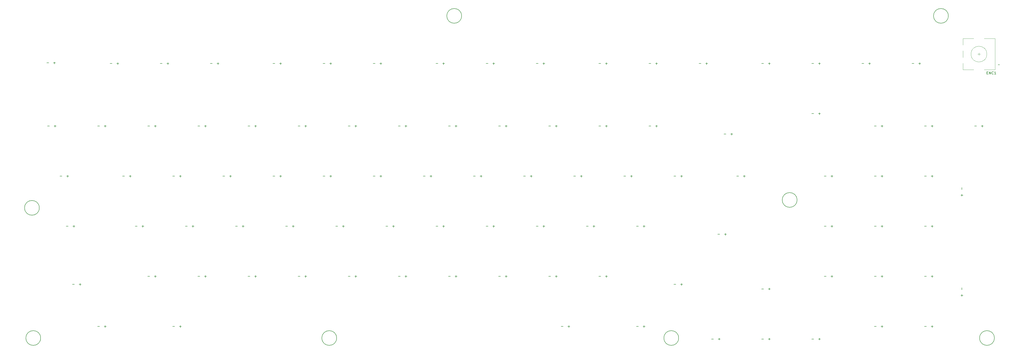
<source format=gto>
G04 #@! TF.GenerationSoftware,KiCad,Pcbnew,5.1.0-060a0da~80~ubuntu18.04.1*
G04 #@! TF.CreationDate,2019-04-09T20:30:58-05:00*
G04 #@! TF.ProjectId,CBC2,43424332-2e6b-4696-9361-645f70636258,rev?*
G04 #@! TF.SameCoordinates,Original*
G04 #@! TF.FileFunction,Legend,Top*
G04 #@! TF.FilePolarity,Positive*
%FSLAX46Y46*%
G04 Gerber Fmt 4.6, Leading zero omitted, Abs format (unit mm)*
G04 Created by KiCad (PCBNEW 5.1.0-060a0da~80~ubuntu18.04.1) date 2019-04-09 20:30:58*
%MOMM*%
%LPD*%
G04 APERTURE LIST*
%ADD10C,0.150000*%
%ADD11C,0.120000*%
G04 APERTURE END LIST*
D10*
X4800000Y-68000000D02*
G75*
G03X4800000Y-68000000I-2800000J0D01*
G01*
X292800000Y-65000000D02*
G75*
G03X292800000Y-65000000I-2800000J0D01*
G01*
X165300000Y5000000D02*
G75*
G03X165300000Y5000000I-2800000J0D01*
G01*
X350300000Y5000000D02*
G75*
G03X350300000Y5000000I-2800000J0D01*
G01*
X367800000Y-117500000D02*
G75*
G03X367800000Y-117500000I-2800000J0D01*
G01*
X247800000Y-117500000D02*
G75*
G03X247800000Y-117500000I-2800000J0D01*
G01*
X117800000Y-117500000D02*
G75*
G03X117800000Y-117500000I-2800000J0D01*
G01*
X5300000Y-117500000D02*
G75*
G03X5300000Y-117500000I-2800000J0D01*
G01*
D11*
X364943000Y-9533250D02*
G75*
G03X364943000Y-9533250I-3000000J0D01*
G01*
X359943000Y-15433250D02*
X355843000Y-15433250D01*
X355843000Y-3633250D02*
X359943000Y-3633250D01*
X363943000Y-3633250D02*
X368043000Y-3633250D01*
X363943000Y-15433250D02*
X368043000Y-15433250D01*
X368043000Y-15433250D02*
X368043000Y-3633250D01*
X369443000Y-13333250D02*
X369743000Y-13633250D01*
X369743000Y-13633250D02*
X369143000Y-13633250D01*
X369143000Y-13633250D02*
X369443000Y-13333250D01*
X355843000Y-15433250D02*
X355843000Y-13033250D01*
X355843000Y-10833250D02*
X355843000Y-8233250D01*
X355843000Y-6033250D02*
X355843000Y-3633250D01*
X361943000Y-10033250D02*
X361943000Y-9033250D01*
X362443000Y-9533250D02*
X361443000Y-9533250D01*
D10*
X343789047Y-113108928D02*
X344550952Y-113108928D01*
X344170000Y-113489880D02*
X344170000Y-112727976D01*
X341259047Y-113108928D02*
X342020952Y-113108928D01*
X324739047Y-113108928D02*
X325500952Y-113108928D01*
X325120000Y-113489880D02*
X325120000Y-112727976D01*
X322209047Y-113108928D02*
X322970952Y-113108928D01*
X300926547Y-117871428D02*
X301688452Y-117871428D01*
X301307500Y-118252380D02*
X301307500Y-117490476D01*
X298396547Y-117871428D02*
X299158452Y-117871428D01*
X281876547Y-117871428D02*
X282638452Y-117871428D01*
X282257500Y-118252380D02*
X282257500Y-117490476D01*
X279346547Y-117871428D02*
X280108452Y-117871428D01*
X262826547Y-117871428D02*
X263588452Y-117871428D01*
X263207500Y-118252380D02*
X263207500Y-117490476D01*
X260296547Y-117871428D02*
X261058452Y-117871428D01*
X234251547Y-113108928D02*
X235013452Y-113108928D01*
X234632500Y-113489880D02*
X234632500Y-112727976D01*
X231721547Y-113108928D02*
X232483452Y-113108928D01*
X205676547Y-113108928D02*
X206438452Y-113108928D01*
X206057500Y-113489880D02*
X206057500Y-112727976D01*
X203146547Y-113108928D02*
X203908452Y-113108928D01*
X58039047Y-113108928D02*
X58800952Y-113108928D01*
X58420000Y-113489880D02*
X58420000Y-112727976D01*
X55509047Y-113108928D02*
X56270952Y-113108928D01*
X29464047Y-113108928D02*
X30225952Y-113108928D01*
X29845000Y-113489880D02*
X29845000Y-112727976D01*
X26934047Y-113108928D02*
X27695952Y-113108928D01*
X355472990Y-99123452D02*
X355472990Y-98361547D01*
X355472990Y-101663452D02*
X355472990Y-100901547D01*
X355853942Y-101282500D02*
X355092038Y-101282500D01*
X343789047Y-94058928D02*
X344550952Y-94058928D01*
X344170000Y-94439880D02*
X344170000Y-93677976D01*
X341259047Y-94058928D02*
X342020952Y-94058928D01*
X324739047Y-94058928D02*
X325500952Y-94058928D01*
X325120000Y-94439880D02*
X325120000Y-93677976D01*
X322209047Y-94058928D02*
X322970952Y-94058928D01*
X305689047Y-94058928D02*
X306450952Y-94058928D01*
X306070000Y-94439880D02*
X306070000Y-93677976D01*
X303159047Y-94058928D02*
X303920952Y-94058928D01*
X281876547Y-98821428D02*
X282638452Y-98821428D01*
X282257500Y-99202380D02*
X282257500Y-98440476D01*
X279346547Y-98821428D02*
X280108452Y-98821428D01*
X245999047Y-97107366D02*
X246760952Y-97107366D01*
X248539047Y-97107366D02*
X249300952Y-97107366D01*
X248920000Y-97488318D02*
X248920000Y-96726414D01*
X219964047Y-94058928D02*
X220725952Y-94058928D01*
X220345000Y-94439880D02*
X220345000Y-93677976D01*
X217434047Y-94058928D02*
X218195952Y-94058928D01*
X200914047Y-94058928D02*
X201675952Y-94058928D01*
X201295000Y-94439880D02*
X201295000Y-93677976D01*
X198384047Y-94058928D02*
X199145952Y-94058928D01*
X181864047Y-94058928D02*
X182625952Y-94058928D01*
X182245000Y-94439880D02*
X182245000Y-93677976D01*
X179334047Y-94058928D02*
X180095952Y-94058928D01*
X162814047Y-94058928D02*
X163575952Y-94058928D01*
X163195000Y-94439880D02*
X163195000Y-93677976D01*
X160284047Y-94058928D02*
X161045952Y-94058928D01*
X143764047Y-94058928D02*
X144525952Y-94058928D01*
X144145000Y-94439880D02*
X144145000Y-93677976D01*
X141234047Y-94058928D02*
X141995952Y-94058928D01*
X124714047Y-94058928D02*
X125475952Y-94058928D01*
X125095000Y-94439880D02*
X125095000Y-93677976D01*
X122184047Y-94058928D02*
X122945952Y-94058928D01*
X105664047Y-94058928D02*
X106425952Y-94058928D01*
X106045000Y-94439880D02*
X106045000Y-93677976D01*
X103134047Y-94058928D02*
X103895952Y-94058928D01*
X86614047Y-94058928D02*
X87375952Y-94058928D01*
X86995000Y-94439880D02*
X86995000Y-93677976D01*
X84084047Y-94058928D02*
X84845952Y-94058928D01*
X67564047Y-94058928D02*
X68325952Y-94058928D01*
X67945000Y-94439880D02*
X67945000Y-93677976D01*
X65034047Y-94058928D02*
X65795952Y-94058928D01*
X48514047Y-94058928D02*
X49275952Y-94058928D01*
X48895000Y-94439880D02*
X48895000Y-93677976D01*
X45984047Y-94058928D02*
X46745952Y-94058928D01*
X17399047Y-97107366D02*
X18160952Y-97107366D01*
X19939047Y-97107366D02*
X20700952Y-97107366D01*
X20320000Y-97488318D02*
X20320000Y-96726414D01*
X343789047Y-75008928D02*
X344550952Y-75008928D01*
X344170000Y-75389880D02*
X344170000Y-74627976D01*
X341259047Y-75008928D02*
X342020952Y-75008928D01*
X324739047Y-75008928D02*
X325500952Y-75008928D01*
X325120000Y-75389880D02*
X325120000Y-74627976D01*
X322209047Y-75008928D02*
X322970952Y-75008928D01*
X305689047Y-75008928D02*
X306450952Y-75008928D01*
X306070000Y-75389880D02*
X306070000Y-74627976D01*
X303159047Y-75008928D02*
X303920952Y-75008928D01*
X262667797Y-78057366D02*
X263429702Y-78057366D01*
X265207797Y-78057366D02*
X265969702Y-78057366D01*
X265588750Y-78438318D02*
X265588750Y-77676414D01*
X234251547Y-75008928D02*
X235013452Y-75008928D01*
X234632500Y-75389880D02*
X234632500Y-74627976D01*
X231721547Y-75008928D02*
X232483452Y-75008928D01*
X215201547Y-75008928D02*
X215963452Y-75008928D01*
X215582500Y-75389880D02*
X215582500Y-74627976D01*
X212671547Y-75008928D02*
X213433452Y-75008928D01*
X196151547Y-75008928D02*
X196913452Y-75008928D01*
X196532500Y-75389880D02*
X196532500Y-74627976D01*
X193621547Y-75008928D02*
X194383452Y-75008928D01*
X177101547Y-75008928D02*
X177863452Y-75008928D01*
X177482500Y-75389880D02*
X177482500Y-74627976D01*
X174571547Y-75008928D02*
X175333452Y-75008928D01*
X158051547Y-75008928D02*
X158813452Y-75008928D01*
X158432500Y-75389880D02*
X158432500Y-74627976D01*
X155521547Y-75008928D02*
X156283452Y-75008928D01*
X139001547Y-75008928D02*
X139763452Y-75008928D01*
X139382500Y-75389880D02*
X139382500Y-74627976D01*
X136471547Y-75008928D02*
X137233452Y-75008928D01*
X119951547Y-75008928D02*
X120713452Y-75008928D01*
X120332500Y-75389880D02*
X120332500Y-74627976D01*
X117421547Y-75008928D02*
X118183452Y-75008928D01*
X100901547Y-75008928D02*
X101663452Y-75008928D01*
X101282500Y-75389880D02*
X101282500Y-74627976D01*
X98371547Y-75008928D02*
X99133452Y-75008928D01*
X81851547Y-75008928D02*
X82613452Y-75008928D01*
X82232500Y-75389880D02*
X82232500Y-74627976D01*
X79321547Y-75008928D02*
X80083452Y-75008928D01*
X62801547Y-75008928D02*
X63563452Y-75008928D01*
X63182500Y-75389880D02*
X63182500Y-74627976D01*
X60271547Y-75008928D02*
X61033452Y-75008928D01*
X43751547Y-75008928D02*
X44513452Y-75008928D01*
X44132500Y-75389880D02*
X44132500Y-74627976D01*
X41221547Y-75008928D02*
X41983452Y-75008928D01*
X17557797Y-75008928D02*
X18319702Y-75008928D01*
X17938750Y-75389880D02*
X17938750Y-74627976D01*
X15027797Y-75008928D02*
X15789702Y-75008928D01*
X355472990Y-61023452D02*
X355472990Y-60261547D01*
X355472990Y-63563452D02*
X355472990Y-62801547D01*
X355853942Y-63182500D02*
X355092038Y-63182500D01*
X343789047Y-55958928D02*
X344550952Y-55958928D01*
X344170000Y-56339880D02*
X344170000Y-55577976D01*
X341259047Y-55958928D02*
X342020952Y-55958928D01*
X324739047Y-55958928D02*
X325500952Y-55958928D01*
X325120000Y-56339880D02*
X325120000Y-55577976D01*
X322209047Y-55958928D02*
X322970952Y-55958928D01*
X305689047Y-55958928D02*
X306450952Y-55958928D01*
X306070000Y-56339880D02*
X306070000Y-55577976D01*
X303159047Y-55958928D02*
X303920952Y-55958928D01*
X272351547Y-55958928D02*
X273113452Y-55958928D01*
X272732500Y-56339880D02*
X272732500Y-55577976D01*
X269821547Y-55958928D02*
X270583452Y-55958928D01*
X248539047Y-55958928D02*
X249300952Y-55958928D01*
X248920000Y-56339880D02*
X248920000Y-55577976D01*
X246009047Y-55958928D02*
X246770952Y-55958928D01*
X229489047Y-55958928D02*
X230250952Y-55958928D01*
X229870000Y-56339880D02*
X229870000Y-55577976D01*
X226959047Y-55958928D02*
X227720952Y-55958928D01*
X210439047Y-55958928D02*
X211200952Y-55958928D01*
X210820000Y-56339880D02*
X210820000Y-55577976D01*
X207909047Y-55958928D02*
X208670952Y-55958928D01*
X191389047Y-55958928D02*
X192150952Y-55958928D01*
X191770000Y-56339880D02*
X191770000Y-55577976D01*
X188859047Y-55958928D02*
X189620952Y-55958928D01*
X172339047Y-55958928D02*
X173100952Y-55958928D01*
X172720000Y-56339880D02*
X172720000Y-55577976D01*
X169809047Y-55958928D02*
X170570952Y-55958928D01*
X153289047Y-55958928D02*
X154050952Y-55958928D01*
X153670000Y-56339880D02*
X153670000Y-55577976D01*
X150759047Y-55958928D02*
X151520952Y-55958928D01*
X134239047Y-55958928D02*
X135000952Y-55958928D01*
X134620000Y-56339880D02*
X134620000Y-55577976D01*
X131709047Y-55958928D02*
X132470952Y-55958928D01*
X115189047Y-55958928D02*
X115950952Y-55958928D01*
X115570000Y-56339880D02*
X115570000Y-55577976D01*
X112659047Y-55958928D02*
X113420952Y-55958928D01*
X96139047Y-55958928D02*
X96900952Y-55958928D01*
X96520000Y-56339880D02*
X96520000Y-55577976D01*
X93609047Y-55958928D02*
X94370952Y-55958928D01*
X77089047Y-55958928D02*
X77850952Y-55958928D01*
X77470000Y-56339880D02*
X77470000Y-55577976D01*
X74559047Y-55958928D02*
X75320952Y-55958928D01*
X58039047Y-55958928D02*
X58800952Y-55958928D01*
X58420000Y-56339880D02*
X58420000Y-55577976D01*
X55509047Y-55958928D02*
X56270952Y-55958928D01*
X38989047Y-55958928D02*
X39750952Y-55958928D01*
X39370000Y-56339880D02*
X39370000Y-55577976D01*
X36459047Y-55958928D02*
X37220952Y-55958928D01*
X15176547Y-55958928D02*
X15938452Y-55958928D01*
X15557500Y-56339880D02*
X15557500Y-55577976D01*
X12646547Y-55958928D02*
X13408452Y-55958928D01*
X362839047Y-36908928D02*
X363600952Y-36908928D01*
X363220000Y-37289880D02*
X363220000Y-36527976D01*
X360309047Y-36908928D02*
X361070952Y-36908928D01*
X343789047Y-36908928D02*
X344550952Y-36908928D01*
X344170000Y-37289880D02*
X344170000Y-36527976D01*
X341259047Y-36908928D02*
X342020952Y-36908928D01*
X324739047Y-36908928D02*
X325500952Y-36908928D01*
X325120000Y-37289880D02*
X325120000Y-36527976D01*
X322209047Y-36908928D02*
X322970952Y-36908928D01*
X300926547Y-32146428D02*
X301688452Y-32146428D01*
X301307500Y-32527380D02*
X301307500Y-31765476D01*
X298396547Y-32146428D02*
X299158452Y-32146428D01*
X265049047Y-39957366D02*
X265810952Y-39957366D01*
X267589047Y-39957366D02*
X268350952Y-39957366D01*
X267970000Y-40338318D02*
X267970000Y-39576414D01*
X239014047Y-36908928D02*
X239775952Y-36908928D01*
X239395000Y-37289880D02*
X239395000Y-36527976D01*
X236484047Y-36908928D02*
X237245952Y-36908928D01*
X219964047Y-36908928D02*
X220725952Y-36908928D01*
X220345000Y-37289880D02*
X220345000Y-36527976D01*
X217434047Y-36908928D02*
X218195952Y-36908928D01*
X200914047Y-36908928D02*
X201675952Y-36908928D01*
X201295000Y-37289880D02*
X201295000Y-36527976D01*
X198384047Y-36908928D02*
X199145952Y-36908928D01*
X181864047Y-36908928D02*
X182625952Y-36908928D01*
X182245000Y-37289880D02*
X182245000Y-36527976D01*
X179334047Y-36908928D02*
X180095952Y-36908928D01*
X162814047Y-36908928D02*
X163575952Y-36908928D01*
X163195000Y-37289880D02*
X163195000Y-36527976D01*
X160284047Y-36908928D02*
X161045952Y-36908928D01*
X143764047Y-36908928D02*
X144525952Y-36908928D01*
X144145000Y-37289880D02*
X144145000Y-36527976D01*
X141234047Y-36908928D02*
X141995952Y-36908928D01*
X124714047Y-36908928D02*
X125475952Y-36908928D01*
X125095000Y-37289880D02*
X125095000Y-36527976D01*
X122184047Y-36908928D02*
X122945952Y-36908928D01*
X105664047Y-36908928D02*
X106425952Y-36908928D01*
X106045000Y-37289880D02*
X106045000Y-36527976D01*
X103134047Y-36908928D02*
X103895952Y-36908928D01*
X86614047Y-36908928D02*
X87375952Y-36908928D01*
X86995000Y-37289880D02*
X86995000Y-36527976D01*
X84084047Y-36908928D02*
X84845952Y-36908928D01*
X67564047Y-36908928D02*
X68325952Y-36908928D01*
X67945000Y-37289880D02*
X67945000Y-36527976D01*
X65034047Y-36908928D02*
X65795952Y-36908928D01*
X48514047Y-36908928D02*
X49275952Y-36908928D01*
X48895000Y-37289880D02*
X48895000Y-36527976D01*
X45984047Y-36908928D02*
X46745952Y-36908928D01*
X29464047Y-36908928D02*
X30225952Y-36908928D01*
X29845000Y-37289880D02*
X29845000Y-36527976D01*
X26934047Y-36908928D02*
X27695952Y-36908928D01*
X10414047Y-36908928D02*
X11175952Y-36908928D01*
X10795000Y-37289880D02*
X10795000Y-36527976D01*
X7884047Y-36908928D02*
X8645952Y-36908928D01*
X339026547Y-13096428D02*
X339788452Y-13096428D01*
X339407500Y-13477380D02*
X339407500Y-12715476D01*
X336496547Y-13096428D02*
X337258452Y-13096428D01*
X319976547Y-13096428D02*
X320738452Y-13096428D01*
X320357500Y-13477380D02*
X320357500Y-12715476D01*
X317446547Y-13096428D02*
X318208452Y-13096428D01*
X300926547Y-13096428D02*
X301688452Y-13096428D01*
X301307500Y-13477380D02*
X301307500Y-12715476D01*
X298396547Y-13096428D02*
X299158452Y-13096428D01*
X281876547Y-13096428D02*
X282638452Y-13096428D01*
X282257500Y-13477380D02*
X282257500Y-12715476D01*
X279346547Y-13096428D02*
X280108452Y-13096428D01*
X258064047Y-13096428D02*
X258825952Y-13096428D01*
X258445000Y-13477380D02*
X258445000Y-12715476D01*
X255534047Y-13096428D02*
X256295952Y-13096428D01*
X239014047Y-13096428D02*
X239775952Y-13096428D01*
X239395000Y-13477380D02*
X239395000Y-12715476D01*
X236484047Y-13096428D02*
X237245952Y-13096428D01*
X219964047Y-13096428D02*
X220725952Y-13096428D01*
X220345000Y-13477380D02*
X220345000Y-12715476D01*
X217434047Y-13096428D02*
X218195952Y-13096428D01*
X196151547Y-13096428D02*
X196913452Y-13096428D01*
X196532500Y-13477380D02*
X196532500Y-12715476D01*
X193621547Y-13096428D02*
X194383452Y-13096428D01*
X177101547Y-13096428D02*
X177863452Y-13096428D01*
X177482500Y-13477380D02*
X177482500Y-12715476D01*
X174571547Y-13096428D02*
X175333452Y-13096428D01*
X158051547Y-13096428D02*
X158813452Y-13096428D01*
X158432500Y-13477380D02*
X158432500Y-12715476D01*
X155521547Y-13096428D02*
X156283452Y-13096428D01*
X134239047Y-13096428D02*
X135000952Y-13096428D01*
X134620000Y-13477380D02*
X134620000Y-12715476D01*
X131709047Y-13096428D02*
X132470952Y-13096428D01*
X115189047Y-13096428D02*
X115950952Y-13096428D01*
X115570000Y-13477380D02*
X115570000Y-12715476D01*
X112659047Y-13096428D02*
X113420952Y-13096428D01*
X96139047Y-13096428D02*
X96900952Y-13096428D01*
X96520000Y-13477380D02*
X96520000Y-12715476D01*
X93609047Y-13096428D02*
X94370952Y-13096428D01*
X72326547Y-13096428D02*
X73088452Y-13096428D01*
X72707500Y-13477380D02*
X72707500Y-12715476D01*
X69796547Y-13096428D02*
X70558452Y-13096428D01*
X53276547Y-13096428D02*
X54038452Y-13096428D01*
X53657500Y-13477380D02*
X53657500Y-12715476D01*
X50746547Y-13096428D02*
X51508452Y-13096428D01*
X34226547Y-13096428D02*
X34988452Y-13096428D01*
X34607500Y-13477380D02*
X34607500Y-12715476D01*
X31696547Y-13096428D02*
X32458452Y-13096428D01*
X10160047Y-12842428D02*
X10921952Y-12842428D01*
X10541000Y-13223380D02*
X10541000Y-12461476D01*
X7630047Y-12842428D02*
X8391952Y-12842428D01*
X364928714Y-16661821D02*
X365262047Y-16661821D01*
X365404904Y-17185630D02*
X364928714Y-17185630D01*
X364928714Y-16185630D01*
X365404904Y-16185630D01*
X365833476Y-17185630D02*
X365833476Y-16185630D01*
X366404904Y-17185630D01*
X366404904Y-16185630D01*
X367452523Y-17090392D02*
X367404904Y-17138011D01*
X367262047Y-17185630D01*
X367166809Y-17185630D01*
X367023952Y-17138011D01*
X366928714Y-17042773D01*
X366881095Y-16947535D01*
X366833476Y-16757059D01*
X366833476Y-16614202D01*
X366881095Y-16423726D01*
X366928714Y-16328488D01*
X367023952Y-16233250D01*
X367166809Y-16185630D01*
X367262047Y-16185630D01*
X367404904Y-16233250D01*
X367452523Y-16280869D01*
X368404904Y-17185630D02*
X367833476Y-17185630D01*
X368119190Y-17185630D02*
X368119190Y-16185630D01*
X368023952Y-16328488D01*
X367928714Y-16423726D01*
X367833476Y-16471345D01*
M02*

</source>
